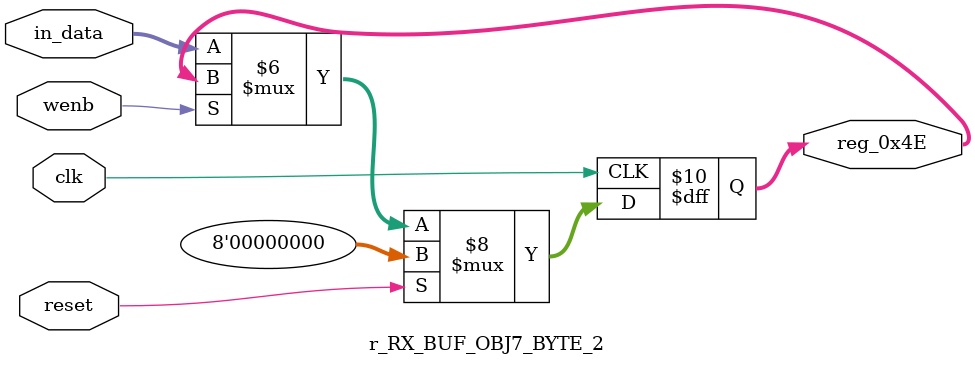
<source format=v>
module r_RX_BUF_OBJ7_BYTE_2(output reg [7:0] reg_0x4E, input wire reset, input wire wenb, input wire [7:0] in_data, input wire clk);
	always@(posedge clk)
	begin
		if(reset==0) begin
			if(wenb==0)
				reg_0x4E<=in_data;
			else
				reg_0x4E<=reg_0x4E;
		end
		else
			reg_0x4E<=8'h00;
	end
endmodule
</source>
